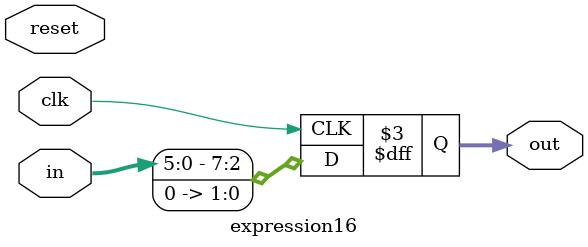
<source format=v>
module expression16
  #(parameter integer WIDTH = 8)
  (input wire             reset,
   input wire             clk,
   input wire [WIDTH-1:0] in,
   output reg [WIDTH-1:0] out);

   always @(posedge clk) out <= in << 2;

endmodule

</source>
